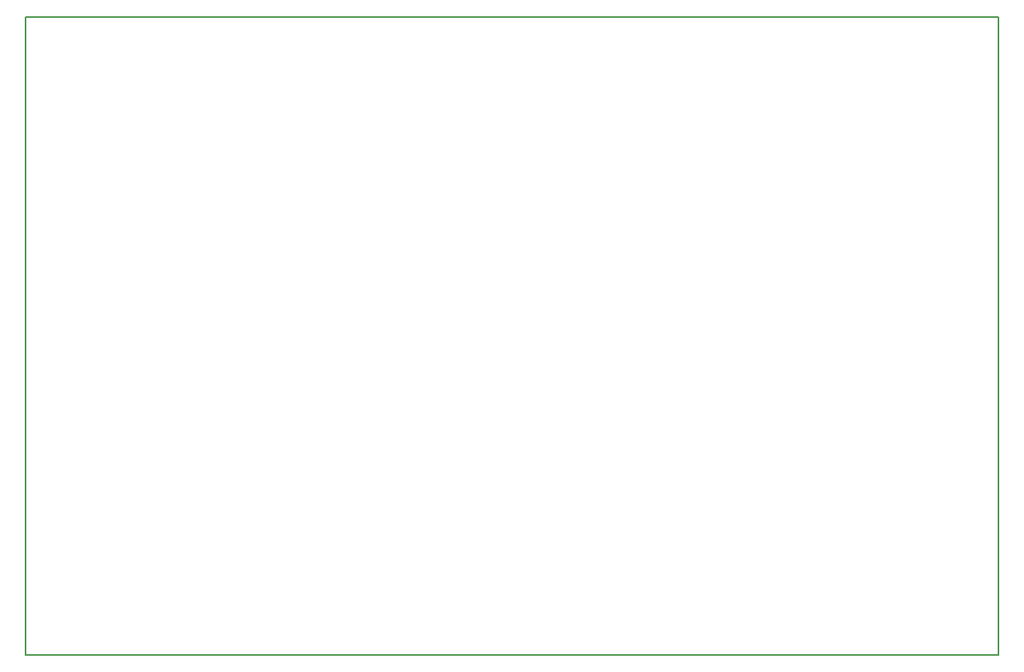
<source format=gm1>
G04 MADE WITH FRITZING*
G04 WWW.FRITZING.ORG*
G04 DOUBLE SIDED*
G04 HOLES PLATED*
G04 CONTOUR ON CENTER OF CONTOUR VECTOR*
%FSLAX26Y26*%
%MOIN*%
%ADD10R,4.197170X2.755240*%
%ADD11C,0.008000*%
%ADD10C,0.008*%
G04 CONTOUR*
%FSLAX26Y26*%
%MOIN*%
D10*
D11*
X4000Y2751240D02*
X4193170Y2751240D01*
X4193170Y4000D01*
X4000Y4000D01*
X4000Y2751240D01*
D02*
G04 End of contour*
M02*
</source>
